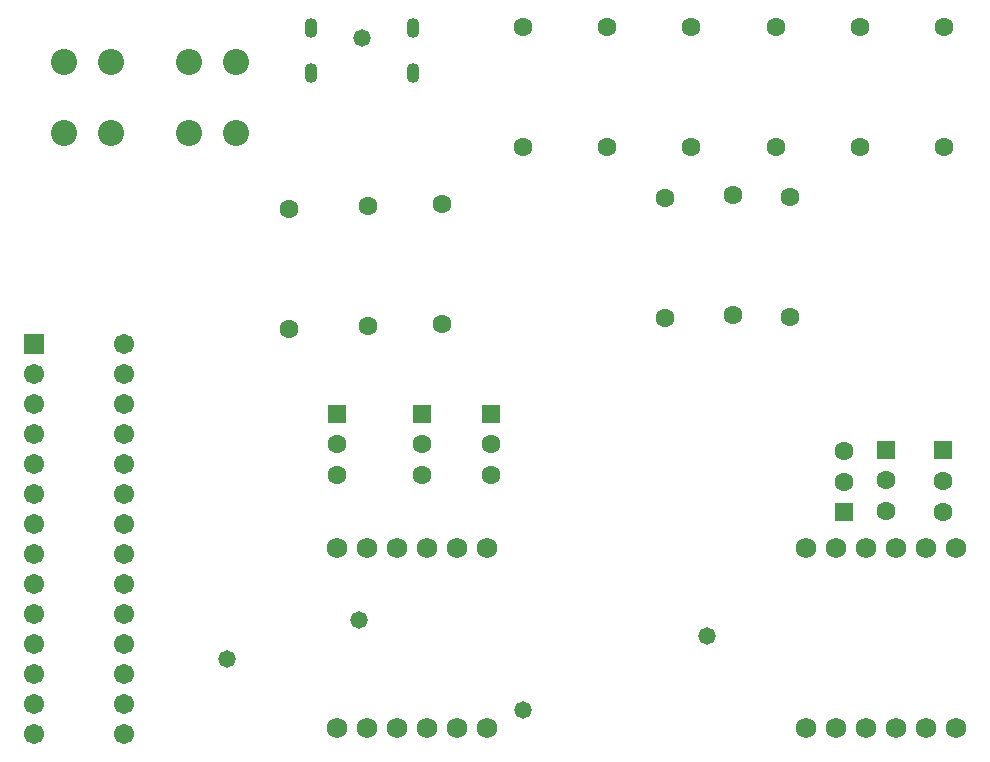
<source format=gbs>
G04*
G04 #@! TF.GenerationSoftware,Altium Limited,Altium Designer,24.10.1 (45)*
G04*
G04 Layer_Color=16711935*
%FSLAX44Y44*%
%MOMM*%
G71*
G04*
G04 #@! TF.SameCoordinates,C5BE6EB9-D647-4441-8654-D56C766D6CB2*
G04*
G04*
G04 #@! TF.FilePolarity,Negative*
G04*
G01*
G75*
%ADD17C,1.7272*%
%ADD18C,2.2032*%
G04:AMPARAMS|DCode=19|XSize=1.1mm|YSize=1.7mm|CornerRadius=0.55mm|HoleSize=0mm|Usage=FLASHONLY|Rotation=180.000|XOffset=0mm|YOffset=0mm|HoleType=Round|Shape=RoundedRectangle|*
%AMROUNDEDRECTD19*
21,1,1.1000,0.6000,0,0,180.0*
21,1,0.0000,1.7000,0,0,180.0*
1,1,1.1000,0.0000,0.3000*
1,1,1.1000,0.0000,0.3000*
1,1,1.1000,0.0000,-0.3000*
1,1,1.1000,0.0000,-0.3000*
%
%ADD19ROUNDEDRECTD19*%
%ADD20C,1.7032*%
%ADD21R,1.7032X1.7032*%
%ADD22C,1.6032*%
%ADD23R,1.6032X1.6032*%
%ADD24C,1.4732*%
D17*
X1233170Y434340D02*
D03*
X1207770D02*
D03*
X1182370D02*
D03*
X1156970D02*
D03*
X1131570D02*
D03*
X1106170D02*
D03*
X1233170Y281940D02*
D03*
X1207770D02*
D03*
X1182370D02*
D03*
X1156970D02*
D03*
X1131570D02*
D03*
X1106170D02*
D03*
X835660Y434340D02*
D03*
X810260D02*
D03*
X784860D02*
D03*
X759460D02*
D03*
X734060D02*
D03*
X708660D02*
D03*
X835660Y281940D02*
D03*
X810260D02*
D03*
X784860D02*
D03*
X759460D02*
D03*
X734060D02*
D03*
X708660D02*
D03*
D18*
X517840Y845340D02*
D03*
Y785340D02*
D03*
X477840D02*
D03*
Y845340D02*
D03*
X583250D02*
D03*
Y785340D02*
D03*
X623250D02*
D03*
Y845340D02*
D03*
D19*
X687050Y874546D02*
D03*
X773450D02*
D03*
X687050Y836546D02*
D03*
X773450D02*
D03*
D20*
X528320Y276860D02*
D03*
Y302260D02*
D03*
Y327660D02*
D03*
Y353060D02*
D03*
Y378460D02*
D03*
Y403860D02*
D03*
Y429260D02*
D03*
Y454660D02*
D03*
Y480060D02*
D03*
Y505460D02*
D03*
Y530860D02*
D03*
Y556260D02*
D03*
Y581660D02*
D03*
Y607060D02*
D03*
X452120Y276860D02*
D03*
Y302260D02*
D03*
Y327660D02*
D03*
Y353060D02*
D03*
Y378460D02*
D03*
Y403860D02*
D03*
Y429260D02*
D03*
Y454660D02*
D03*
Y480060D02*
D03*
Y505460D02*
D03*
Y530860D02*
D03*
Y556260D02*
D03*
Y581660D02*
D03*
D21*
Y607060D02*
D03*
D22*
X1223010Y875030D02*
D03*
Y773430D02*
D03*
X1221740Y464890D02*
D03*
Y490890D02*
D03*
X986790Y628650D02*
D03*
Y730250D02*
D03*
X1043940Y631190D02*
D03*
Y732790D02*
D03*
X1092200Y629920D02*
D03*
Y731520D02*
D03*
X668020Y619760D02*
D03*
Y721360D02*
D03*
X735330Y622300D02*
D03*
Y723900D02*
D03*
X797560Y623570D02*
D03*
Y725170D02*
D03*
X1008888Y773430D02*
D03*
Y875030D02*
D03*
X937514Y773430D02*
D03*
Y875030D02*
D03*
X866140Y773430D02*
D03*
Y875030D02*
D03*
X1151636Y773430D02*
D03*
Y875030D02*
D03*
X1080262Y773430D02*
D03*
Y875030D02*
D03*
X839470Y521970D02*
D03*
Y495970D02*
D03*
X781050Y521970D02*
D03*
Y495970D02*
D03*
X708660Y521970D02*
D03*
Y495970D02*
D03*
X1173480Y491490D02*
D03*
Y465490D02*
D03*
X1137920Y490220D02*
D03*
Y516220D02*
D03*
D23*
X1221740Y516890D02*
D03*
X839470Y547970D02*
D03*
X781050D02*
D03*
X708660D02*
D03*
X1173480Y517490D02*
D03*
X1137920Y464220D02*
D03*
D24*
X729739Y866140D02*
D03*
X615950Y340360D02*
D03*
X727710Y373380D02*
D03*
X1022350Y359410D02*
D03*
X866140Y297180D02*
D03*
M02*

</source>
